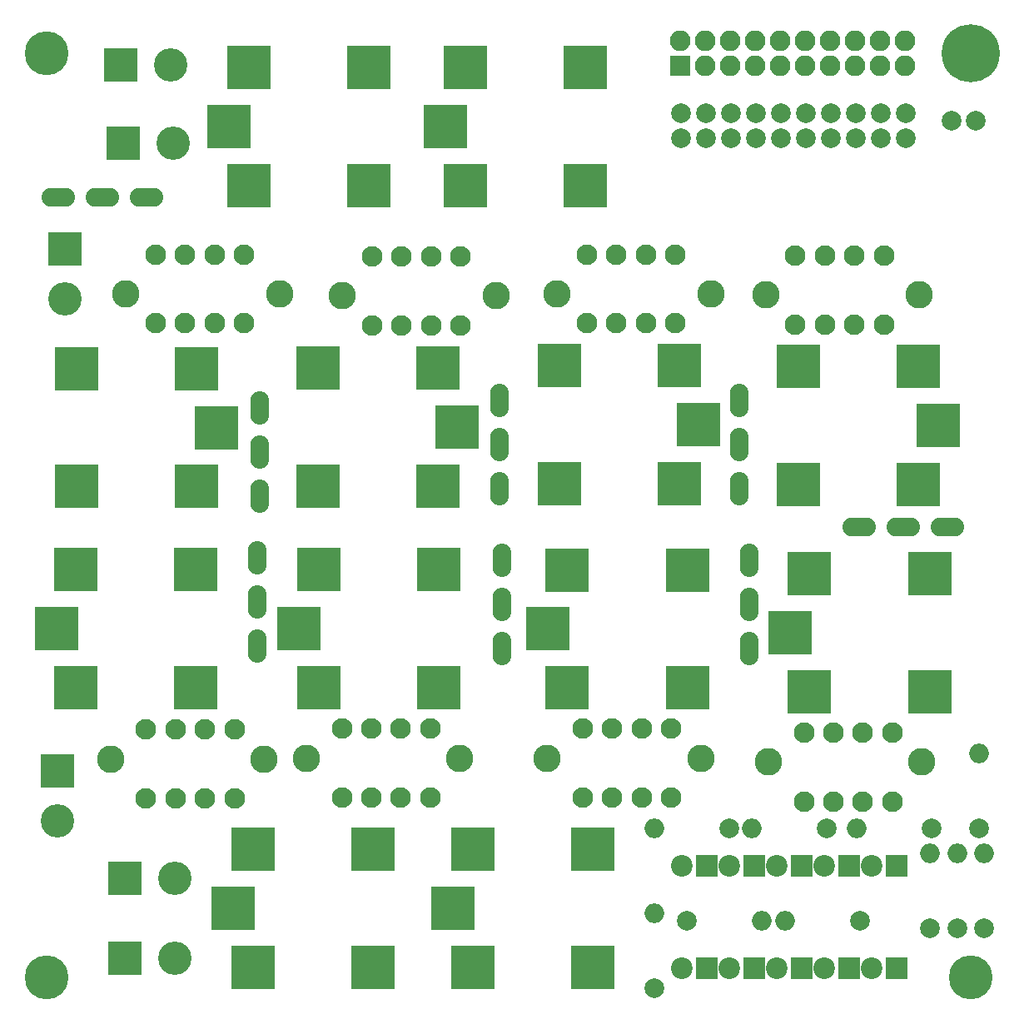
<source format=gbr>
G04 #@! TF.FileFunction,Soldermask,Bot*
%FSLAX46Y46*%
G04 Gerber Fmt 4.6, Leading zero omitted, Abs format (unit mm)*
G04 Created by KiCad (PCBNEW 4.0.7) date 09/11/18 09:27:50*
%MOMM*%
%LPD*%
G01*
G04 APERTURE LIST*
%ADD10C,0.100000*%
%ADD11R,2.200000X2.200000*%
%ADD12C,2.200000*%
%ADD13C,2.000000*%
%ADD14O,2.000000X2.000000*%
%ADD15R,3.400000X3.400000*%
%ADD16C,3.400000*%
%ADD17C,4.464000*%
%ADD18C,5.900000*%
%ADD19C,2.100000*%
%ADD20C,2.800000*%
%ADD21R,4.400000X4.400000*%
%ADD22C,1.924000*%
%ADD23O,1.900000X3.400000*%
%ADD24O,3.400000X1.900000*%
%ADD25R,2.100000X2.100000*%
%ADD26O,2.100000X2.100000*%
G04 APERTURE END LIST*
D10*
D11*
X129794000Y-146050000D03*
D12*
X127254000Y-146050000D03*
D13*
X132334000Y-131826000D03*
D14*
X124714000Y-131826000D03*
D11*
X120142000Y-146050000D03*
D12*
X117602000Y-146050000D03*
D11*
X124968000Y-146050000D03*
D12*
X122428000Y-146050000D03*
D15*
X54102000Y-125984000D03*
D16*
X54102000Y-131064000D03*
D15*
X60858400Y-62141100D03*
D16*
X65938400Y-62141100D03*
D13*
X117530880Y-61610240D03*
X117530880Y-59110240D03*
X120070880Y-61610240D03*
X120070880Y-59110240D03*
X122610880Y-61610240D03*
X122610880Y-59110240D03*
X125150880Y-61610240D03*
X125150880Y-59110240D03*
X127690880Y-61610240D03*
X127690880Y-59110240D03*
X130230880Y-61610240D03*
X130230880Y-59110240D03*
X132770880Y-61610240D03*
X132770880Y-59110240D03*
X135310880Y-61610240D03*
X135310880Y-59110240D03*
X137850880Y-61610240D03*
X137850880Y-59110240D03*
X140390880Y-61610240D03*
X140390880Y-59110240D03*
X147828000Y-131826000D03*
D14*
X147828000Y-124206000D03*
D15*
X60579000Y-54152800D03*
D16*
X65659000Y-54152800D03*
D17*
X53000000Y-53000000D03*
X53000000Y-147000000D03*
D18*
X147000000Y-53000000D03*
D17*
X147000000Y-147000000D03*
D13*
X145669000Y-141986000D03*
D14*
X145669000Y-134366000D03*
D11*
X134620000Y-146050000D03*
D12*
X132080000Y-146050000D03*
D11*
X139446000Y-146050000D03*
D12*
X136906000Y-146050000D03*
D11*
X120142000Y-135636000D03*
D12*
X117602000Y-135636000D03*
D11*
X124968000Y-135636000D03*
D12*
X122428000Y-135636000D03*
D11*
X129794000Y-135636000D03*
D12*
X127254000Y-135636000D03*
D13*
X114808000Y-148082000D03*
D14*
X114808000Y-140462000D03*
D13*
X118110000Y-141224000D03*
D14*
X125730000Y-141224000D03*
D13*
X135763000Y-141224000D03*
D14*
X128143000Y-141224000D03*
D13*
X142875000Y-141986000D03*
D14*
X142875000Y-134366000D03*
D13*
X148336000Y-141986000D03*
D14*
X148336000Y-134366000D03*
D13*
X122428000Y-131826000D03*
D14*
X114808000Y-131826000D03*
D13*
X143002000Y-131826000D03*
D14*
X135382000Y-131826000D03*
D19*
X92045800Y-121688600D03*
X89045800Y-121688600D03*
X86045800Y-121688600D03*
X83045800Y-121688600D03*
X92045800Y-128688600D03*
X89045800Y-128688600D03*
X86045800Y-128688600D03*
X83045800Y-128688600D03*
D20*
X95045800Y-124688600D03*
X79425800Y-124688600D03*
D19*
X72132200Y-121764800D03*
X69132200Y-121764800D03*
X66132200Y-121764800D03*
X63132200Y-121764800D03*
X72132200Y-128764800D03*
X69132200Y-128764800D03*
X66132200Y-128764800D03*
X63132200Y-128764800D03*
D20*
X75132200Y-124764800D03*
X59512200Y-124764800D03*
D19*
X116556800Y-121688600D03*
X113556800Y-121688600D03*
X110556800Y-121688600D03*
X107556800Y-121688600D03*
X116556800Y-128688600D03*
X113556800Y-128688600D03*
X110556800Y-128688600D03*
X107556800Y-128688600D03*
D20*
X119556800Y-124688600D03*
X103936800Y-124688600D03*
D19*
X139035800Y-122069600D03*
X136035800Y-122069600D03*
X133035800Y-122069600D03*
X130035800Y-122069600D03*
X139035800Y-129069600D03*
X136035800Y-129069600D03*
X133035800Y-129069600D03*
X130035800Y-129069600D03*
D20*
X142035800Y-125069600D03*
X126415800Y-125069600D03*
D19*
X129162800Y-80571600D03*
X132162800Y-80571600D03*
X135162800Y-80571600D03*
X138162800Y-80571600D03*
X129162800Y-73571600D03*
X132162800Y-73571600D03*
X135162800Y-73571600D03*
X138162800Y-73571600D03*
D20*
X126162800Y-77571600D03*
X141782800Y-77571600D03*
D19*
X107953800Y-80444600D03*
X110953800Y-80444600D03*
X113953800Y-80444600D03*
X116953800Y-80444600D03*
X107953800Y-73444600D03*
X110953800Y-73444600D03*
X113953800Y-73444600D03*
X116953800Y-73444600D03*
D20*
X104953800Y-77444600D03*
X120573800Y-77444600D03*
D19*
X86125040Y-80637640D03*
X89125040Y-80637640D03*
X92125040Y-80637640D03*
X95125040Y-80637640D03*
X86125040Y-73637640D03*
X89125040Y-73637640D03*
X92125040Y-73637640D03*
X95125040Y-73637640D03*
D20*
X83125040Y-77637640D03*
X98745040Y-77637640D03*
D21*
X118185300Y-117528100D03*
X105985300Y-117528100D03*
X118185300Y-105528100D03*
X103985300Y-111528100D03*
D22*
X104985300Y-104528100D03*
X117185300Y-104528100D03*
X117185300Y-116528100D03*
X102985300Y-110528100D03*
X104985300Y-116528100D03*
X104985300Y-110528100D03*
X102985300Y-112528100D03*
X104985300Y-112528100D03*
X106985300Y-104528100D03*
X104985300Y-106528100D03*
X106985300Y-106528100D03*
X106985300Y-116528100D03*
X104985300Y-118528100D03*
X106985300Y-118528100D03*
X119185300Y-116528100D03*
X117185300Y-118528100D03*
X119185300Y-118528100D03*
X119185300Y-104528100D03*
X117185300Y-106528100D03*
X119185300Y-106528100D03*
D21*
X105985300Y-105528100D03*
X80607800Y-84998800D03*
X92807800Y-84998800D03*
X80607800Y-96998800D03*
X94807800Y-90998800D03*
D22*
X93807800Y-97998800D03*
X81607800Y-97998800D03*
X81607800Y-85998800D03*
X95807800Y-91998800D03*
X93807800Y-85998800D03*
X93807800Y-91998800D03*
X95807800Y-89998800D03*
X93807800Y-89998800D03*
X91807800Y-97998800D03*
X93807800Y-95998800D03*
X91807800Y-95998800D03*
X91807800Y-85998800D03*
X93807800Y-83998800D03*
X91807800Y-83998800D03*
X79607800Y-85998800D03*
X81607800Y-83998800D03*
X79607800Y-83998800D03*
X79607800Y-97998800D03*
X81607800Y-95998800D03*
X79607800Y-95998800D03*
D21*
X92807800Y-96998800D03*
X85762200Y-66436000D03*
X73562200Y-66436000D03*
X85762200Y-54436000D03*
X71562200Y-60436000D03*
D22*
X72562200Y-53436000D03*
X84762200Y-53436000D03*
X84762200Y-65436000D03*
X70562200Y-59436000D03*
X72562200Y-65436000D03*
X72562200Y-59436000D03*
X70562200Y-61436000D03*
X72562200Y-61436000D03*
X74562200Y-53436000D03*
X72562200Y-55436000D03*
X74562200Y-55436000D03*
X74562200Y-65436000D03*
X72562200Y-67436000D03*
X74562200Y-67436000D03*
X86762200Y-65436000D03*
X84762200Y-67436000D03*
X86762200Y-67436000D03*
X86762200Y-53436000D03*
X84762200Y-55436000D03*
X86762200Y-55436000D03*
D21*
X73562200Y-54436000D03*
X56096800Y-85049600D03*
X68296800Y-85049600D03*
X56096800Y-97049600D03*
X70296800Y-91049600D03*
D22*
X69296800Y-98049600D03*
X57096800Y-98049600D03*
X57096800Y-86049600D03*
X71296800Y-92049600D03*
X69296800Y-86049600D03*
X69296800Y-92049600D03*
X71296800Y-90049600D03*
X69296800Y-90049600D03*
X67296800Y-98049600D03*
X69296800Y-96049600D03*
X67296800Y-96049600D03*
X67296800Y-86049600D03*
X69296800Y-84049600D03*
X67296800Y-84049600D03*
X55096800Y-86049600D03*
X57096800Y-84049600D03*
X55096800Y-84049600D03*
X55096800Y-98049600D03*
X57096800Y-96049600D03*
X55096800Y-96049600D03*
D21*
X68296800Y-97049600D03*
X105144200Y-84729560D03*
X117344200Y-84729560D03*
X105144200Y-96729560D03*
X119344200Y-90729560D03*
D22*
X118344200Y-97729560D03*
X106144200Y-97729560D03*
X106144200Y-85729560D03*
X120344200Y-91729560D03*
X118344200Y-85729560D03*
X118344200Y-91729560D03*
X120344200Y-89729560D03*
X118344200Y-89729560D03*
X116344200Y-97729560D03*
X118344200Y-95729560D03*
X116344200Y-95729560D03*
X116344200Y-85729560D03*
X118344200Y-83729560D03*
X116344200Y-83729560D03*
X104144200Y-85729560D03*
X106144200Y-83729560D03*
X104144200Y-83729560D03*
X104144200Y-97729560D03*
X106144200Y-95729560D03*
X104144200Y-95729560D03*
D21*
X117344200Y-96729560D03*
X129502800Y-84821000D03*
X141702800Y-84821000D03*
X129502800Y-96821000D03*
X143702800Y-90821000D03*
D22*
X142702800Y-97821000D03*
X130502800Y-97821000D03*
X130502800Y-85821000D03*
X144702800Y-91821000D03*
X142702800Y-85821000D03*
X142702800Y-91821000D03*
X144702800Y-89821000D03*
X142702800Y-89821000D03*
X140702800Y-97821000D03*
X142702800Y-95821000D03*
X140702800Y-95821000D03*
X140702800Y-85821000D03*
X142702800Y-83821000D03*
X140702800Y-83821000D03*
X128502800Y-85821000D03*
X130502800Y-83821000D03*
X128502800Y-83821000D03*
X128502800Y-97821000D03*
X130502800Y-95821000D03*
X128502800Y-95821000D03*
D21*
X141702800Y-96821000D03*
X142823300Y-117909100D03*
X130623300Y-117909100D03*
X142823300Y-105909100D03*
X128623300Y-111909100D03*
D22*
X129623300Y-104909100D03*
X141823300Y-104909100D03*
X141823300Y-116909100D03*
X127623300Y-110909100D03*
X129623300Y-116909100D03*
X129623300Y-110909100D03*
X127623300Y-112909100D03*
X129623300Y-112909100D03*
X131623300Y-104909100D03*
X129623300Y-106909100D03*
X131623300Y-106909100D03*
X131623300Y-116909100D03*
X129623300Y-118909100D03*
X131623300Y-118909100D03*
X143823300Y-116909100D03*
X141823300Y-118909100D03*
X143823300Y-118909100D03*
X143823300Y-104909100D03*
X141823300Y-106909100D03*
X143823300Y-106909100D03*
D21*
X130623300Y-105909100D03*
X92912300Y-117464600D03*
X80712300Y-117464600D03*
X92912300Y-105464600D03*
X78712300Y-111464600D03*
D22*
X79712300Y-104464600D03*
X91912300Y-104464600D03*
X91912300Y-116464600D03*
X77712300Y-110464600D03*
X79712300Y-116464600D03*
X79712300Y-110464600D03*
X77712300Y-112464600D03*
X79712300Y-112464600D03*
X81712300Y-104464600D03*
X79712300Y-106464600D03*
X81712300Y-106464600D03*
X81712300Y-116464600D03*
X79712300Y-118464600D03*
X81712300Y-118464600D03*
X93912300Y-116464600D03*
X91912300Y-118464600D03*
X93912300Y-118464600D03*
X93912300Y-104464600D03*
X91912300Y-106464600D03*
X93912300Y-106464600D03*
D21*
X80712300Y-105464600D03*
X68210800Y-117464600D03*
X56010800Y-117464600D03*
X68210800Y-105464600D03*
X54010800Y-111464600D03*
D22*
X55010800Y-104464600D03*
X67210800Y-104464600D03*
X67210800Y-116464600D03*
X53010800Y-110464600D03*
X55010800Y-116464600D03*
X55010800Y-110464600D03*
X53010800Y-112464600D03*
X55010800Y-112464600D03*
X57010800Y-104464600D03*
X55010800Y-106464600D03*
X57010800Y-106464600D03*
X57010800Y-116464600D03*
X55010800Y-118464600D03*
X57010800Y-118464600D03*
X69210800Y-116464600D03*
X67210800Y-118464600D03*
X69210800Y-118464600D03*
X69210800Y-104464600D03*
X67210800Y-106464600D03*
X69210800Y-106464600D03*
D21*
X56010800Y-105464600D03*
D23*
X74726800Y-93573600D03*
X74726800Y-98073600D03*
X74726800Y-89073600D03*
X99110800Y-92811600D03*
X99110800Y-97311600D03*
X99110800Y-88311600D03*
X123494800Y-92811600D03*
X123494800Y-97311600D03*
X123494800Y-88311600D03*
X124510800Y-109067600D03*
X124510800Y-104567600D03*
X124510800Y-113567600D03*
X99364800Y-109067600D03*
X99364800Y-104567600D03*
X99364800Y-113567600D03*
X74472800Y-108813600D03*
X74472800Y-104313600D03*
X74472800Y-113313600D03*
D11*
X134620000Y-135636000D03*
D12*
X132080000Y-135636000D03*
D11*
X139446000Y-135636000D03*
D12*
X136906000Y-135636000D03*
D24*
X140131800Y-101193600D03*
X135631800Y-101193600D03*
X144631800Y-101193600D03*
D15*
X60960000Y-136906000D03*
D16*
X66040000Y-136906000D03*
D15*
X60960000Y-145034000D03*
D16*
X66040000Y-145034000D03*
D15*
X54864000Y-72898000D03*
D16*
X54864000Y-77978000D03*
D24*
X58719720Y-67655440D03*
X54219720Y-67655440D03*
X63219720Y-67655440D03*
D19*
X64093080Y-80459840D03*
X67093080Y-80459840D03*
X70093080Y-80459840D03*
X73093080Y-80459840D03*
X64093080Y-73459840D03*
X67093080Y-73459840D03*
X70093080Y-73459840D03*
X73093080Y-73459840D03*
D20*
X61093080Y-77459840D03*
X76713080Y-77459840D03*
D21*
X107822100Y-66436000D03*
X95622100Y-66436000D03*
X107822100Y-54436000D03*
X93622100Y-60436000D03*
D22*
X94622100Y-53436000D03*
X106822100Y-53436000D03*
X106822100Y-65436000D03*
X92622100Y-59436000D03*
X94622100Y-65436000D03*
X94622100Y-59436000D03*
X92622100Y-61436000D03*
X94622100Y-61436000D03*
X96622100Y-53436000D03*
X94622100Y-55436000D03*
X96622100Y-55436000D03*
X96622100Y-65436000D03*
X94622100Y-67436000D03*
X96622100Y-67436000D03*
X108822100Y-65436000D03*
X106822100Y-67436000D03*
X108822100Y-67436000D03*
X108822100Y-53436000D03*
X106822100Y-55436000D03*
X108822100Y-55436000D03*
D21*
X95622100Y-54436000D03*
X86194000Y-145938000D03*
X73994000Y-145938000D03*
X86194000Y-133938000D03*
X71994000Y-139938000D03*
D22*
X72994000Y-132938000D03*
X85194000Y-132938000D03*
X85194000Y-144938000D03*
X70994000Y-138938000D03*
X72994000Y-144938000D03*
X72994000Y-138938000D03*
X70994000Y-140938000D03*
X72994000Y-140938000D03*
X74994000Y-132938000D03*
X72994000Y-134938000D03*
X74994000Y-134938000D03*
X74994000Y-144938000D03*
X72994000Y-146938000D03*
X74994000Y-146938000D03*
X87194000Y-144938000D03*
X85194000Y-146938000D03*
X87194000Y-146938000D03*
X87194000Y-132938000D03*
X85194000Y-134938000D03*
X87194000Y-134938000D03*
D21*
X73994000Y-133938000D03*
X108546000Y-145938000D03*
X96346000Y-145938000D03*
X108546000Y-133938000D03*
X94346000Y-139938000D03*
D22*
X95346000Y-132938000D03*
X107546000Y-132938000D03*
X107546000Y-144938000D03*
X93346000Y-138938000D03*
X95346000Y-144938000D03*
X95346000Y-138938000D03*
X93346000Y-140938000D03*
X95346000Y-140938000D03*
X97346000Y-132938000D03*
X95346000Y-134938000D03*
X97346000Y-134938000D03*
X97346000Y-144938000D03*
X95346000Y-146938000D03*
X97346000Y-146938000D03*
X109546000Y-144938000D03*
X107546000Y-146938000D03*
X109546000Y-146938000D03*
X109546000Y-132938000D03*
X107546000Y-134938000D03*
X109546000Y-134938000D03*
D21*
X96346000Y-133938000D03*
D25*
X117500400Y-54254400D03*
D26*
X117500400Y-51714400D03*
X120040400Y-54254400D03*
X120040400Y-51714400D03*
X122580400Y-54254400D03*
X122580400Y-51714400D03*
X125120400Y-54254400D03*
X125120400Y-51714400D03*
X127660400Y-54254400D03*
X127660400Y-51714400D03*
X130200400Y-54254400D03*
X130200400Y-51714400D03*
X132740400Y-54254400D03*
X132740400Y-51714400D03*
X135280400Y-54254400D03*
X135280400Y-51714400D03*
X137820400Y-54254400D03*
X137820400Y-51714400D03*
X140360400Y-54254400D03*
X140360400Y-51714400D03*
D13*
X147523200Y-59817000D03*
X145023200Y-59817000D03*
M02*

</source>
